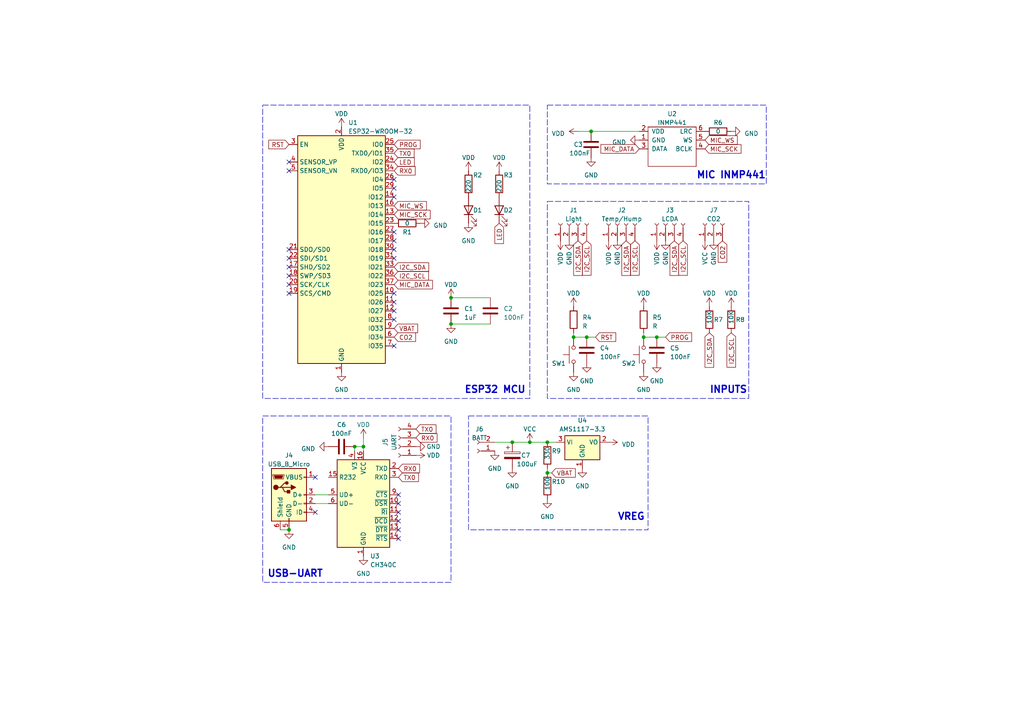
<source format=kicad_sch>
(kicad_sch (version 20230121) (generator eeschema)
  (paper "A4")
  (title_block (title "Smarthome Monitoring Multimodule Prototype") (date "2023-04-01") (rev "0"))
  (lib_symbols
    (symbol "Connector:Conn_01x02_Socket" (pin_names (offset 1.016) hide)
      (property "Reference" "J" (at 0 2.54 0))
      (property "Value" "Conn_01x02_Socket" (at 0 -5.08 0))
      (symbol "Conn_01x02_Socket_1_1"
        (arc (start 0 -2.032) (mid -0.5058 -2.54) (end 0 -3.048) (stroke (width 0.1524)))
        (polyline (pts (xy -1.27 -2.54) (xy -0.508 -2.54)) (stroke (width 0.1524)))
        (polyline (pts (xy -1.27 0) (xy -0.508 0)) (stroke (width 0.1524)))
        (arc (start 0 0.508) (mid -0.5058 0) (end 0 -0.508) (stroke (width 0.1524)))
        (pin passive line (at -5.08 0 0) (length 3.81) (name "Pin_1") (number "1"))
        (pin passive line (at -5.08 -2.54 0) (length 3.81) (name "Pin_2") (number "2"))
      )
    )
    (symbol "Connector:Conn_01x03_Socket" (pin_names (offset 1.016) hide)
      (property "Reference" "J" (at 0 5.08 0))
      (property "Value" "Conn_01x03_Socket" (at 0 -5.08 0))
      (symbol "Conn_01x03_Socket_1_1"
        (arc (start 0 -2.032) (mid -0.5058 -2.54) (end 0 -3.048) (stroke (width 0.1524)))
        (polyline (pts (xy -1.27 -2.54) (xy -0.508 -2.54)) (stroke (width 0.1524)))
        (polyline (pts (xy -1.27 0) (xy -0.508 0)) (stroke (width 0.1524)))
        (polyline (pts (xy -1.27 2.54) (xy -0.508 2.54)) (stroke (width 0.1524)))
        (arc (start 0 0.508) (mid -0.5058 0) (end 0 -0.508) (stroke (width 0.1524)))
        (arc (start 0 3.048) (mid -0.5058 2.54) (end 0 2.032) (stroke (width 0.1524)))
        (pin passive line (at -5.08 2.54 0) (length 3.81) (name "Pin_1") (number "1"))
        (pin passive line (at -5.08 0 0) (length 3.81) (name "Pin_2") (number "2"))
        (pin passive line (at -5.08 -2.54 0) (length 3.81) (name "Pin_3") (number "3"))
      )
    )
    (symbol "Connector:Conn_01x04_Socket" (pin_names (offset 1.016) hide)
      (property "Reference" "J" (at 0 5.08 0))
      (property "Value" "Conn_01x04_Socket" (at 0 -7.62 0))
      (symbol "Conn_01x04_Socket_1_1"
        (arc (start 0 -4.572) (mid -0.5058 -5.08) (end 0 -5.588) (stroke (width 0.1524)))
        (arc (start 0 -2.032) (mid -0.5058 -2.54) (end 0 -3.048) (stroke (width 0.1524)))
        (polyline (pts (xy -1.27 -5.08) (xy -0.508 -5.08)) (stroke (width 0.1524)))
        (polyline (pts (xy -1.27 -2.54) (xy -0.508 -2.54)) (stroke (width 0.1524)))
        (polyline (pts (xy -1.27 0) (xy -0.508 0)) (stroke (width 0.1524)))
        (polyline (pts (xy -1.27 2.54) (xy -0.508 2.54)) (stroke (width 0.1524)))
        (arc (start 0 0.508) (mid -0.5058 0) (end 0 -0.508) (stroke (width 0.1524)))
        (arc (start 0 3.048) (mid -0.5058 2.54) (end 0 2.032) (stroke (width 0.1524)))
        (pin passive line (at -5.08 2.54 0) (length 3.81) (name "Pin_1") (number "1"))
        (pin passive line (at -5.08 0 0) (length 3.81) (name "Pin_2") (number "2"))
        (pin passive line (at -5.08 -2.54 0) (length 3.81) (name "Pin_3") (number "3"))
        (pin passive line (at -5.08 -5.08 0) (length 3.81) (name "Pin_4") (number "4"))
      )
    )
    (symbol "Connector:USB_B_Micro" (pin_names (offset 1.016))
      (property "Reference" "J" (at -5.08 11.43 0))
      (property "Value" "USB_B_Micro" (at -5.08 8.89 0))
      (symbol "USB_B_Micro_0_1"
        (rectangle (start -5.08 -7.62) (end 5.08 7.62) (stroke (width 0.254)) (fill (type background)))
        (circle (center -3.81 2.159) (radius 0.635) (stroke (width 0.254)) (fill (type outline)))
        (circle (center -0.635 3.429) (radius 0.381) (stroke (width 0.254)) (fill (type outline)))
        (rectangle (start -0.127 -7.62) (end 0.127 -6.858))
        (polyline (pts (xy -1.905 2.159) (xy 0.635 2.159)) (stroke (width 0.254)))
        (polyline (pts (xy -3.175 2.159) (xy -2.54 2.159) (xy -1.27 3.429) (xy -0.635 3.429)) (stroke (width 0.254)))
        (polyline (pts (xy -2.54 2.159) (xy -1.905 2.159) (xy -1.27 0.889) (xy 0 0.889)) (stroke (width 0.254)))
        (polyline (pts (xy 0.635 2.794) (xy 0.635 1.524) (xy 1.905 2.159) (xy 0.635 2.794)) (stroke (width 0.254)) (fill (type outline)))
        (polyline (pts (xy -4.318 5.588) (xy -1.778 5.588) (xy -2.032 4.826) (xy -4.064 4.826) (xy -4.318 5.588)) (fill (type outline)))
        (polyline (pts (xy -4.699 5.842) (xy -4.699 5.588) (xy -4.445 4.826) (xy -4.445 4.572) (xy -1.651 4.572) (xy -1.651 4.826) (xy -1.397 5.588) (xy -1.397 5.842) (xy -4.699 5.842)))
        (rectangle (start 0.254 1.27) (end -0.508 0.508) (stroke (width 0.254)) (fill (type outline)))
        (rectangle (start 5.08 -5.207) (end 4.318 -4.953))
        (rectangle (start 5.08 -2.667) (end 4.318 -2.413))
        (rectangle (start 5.08 -0.127) (end 4.318 0.127))
        (rectangle (start 5.08 4.953) (end 4.318 5.207))
      )
      (symbol "USB_B_Micro_1_1"
        (pin power_out line (at 7.62 5.08 180) (length 2.54) (name "VBUS") (number "1"))
        (pin bidirectional line (at 7.62 -2.54 180) (length 2.54) (name "D-") (number "2"))
        (pin bidirectional line (at 7.62 0 180) (length 2.54) (name "D+") (number "3"))
        (pin passive line (at 7.62 -5.08 180) (length 2.54) (name "ID") (number "4"))
        (pin power_out line (at 0 -10.16 90) (length 2.54) (name "GND") (number "5"))
        (pin passive line (at -2.54 -10.16 90) (length 2.54) (name "Shield") (number "6"))
      )
    )
    (symbol "Device:C" (pin_numbers hide) (pin_names (offset 0.254))
      (property "Reference" "C" (at 0.635 2.54 0))
      (property "Value" "C" (at 0.635 -2.54 0))
      (symbol "C_0_1"
        (polyline (pts (xy -2.032 -0.762) (xy 2.032 -0.762)) (stroke (width 0.508)))
        (polyline (pts (xy -2.032 0.762) (xy 2.032 0.762)) (stroke (width 0.508)))
      )
      (symbol "C_1_1"
        (pin passive line (at 0 3.81 270) (length 2.794) (name "~") (number "1"))
        (pin passive line (at 0 -3.81 90) (length 2.794) (name "~") (number "2"))
      )
    )
    (symbol "Device:C_Polarized" (pin_numbers hide) (pin_names (offset 0.254))
      (property "Reference" "C" (at 0.635 2.54 0))
      (property "Value" "C_Polarized" (at 0.635 -2.54 0))
      (symbol "C_Polarized_0_1"
        (rectangle (start -2.286 0.508) (end 2.286 1.016))
        (polyline (pts (xy -1.778 2.286) (xy -0.762 2.286)))
        (polyline (pts (xy -1.27 2.794) (xy -1.27 1.778)))
        (rectangle (start 2.286 -0.508) (end -2.286 -1.016) (fill (type outline)))
      )
      (symbol "C_Polarized_1_1"
        (pin passive line (at 0 3.81 270) (length 2.794) (name "~") (number "1"))
        (pin passive line (at 0 -3.81 90) (length 2.794) (name "~") (number "2"))
      )
    )
    (symbol "Device:LED" (pin_numbers hide) (pin_names (offset 1.016) hide)
      (property "Reference" "D" (at 0 2.54 0))
      (property "Value" "LED" (at 0 -2.54 0))
      (symbol "LED_0_1"
        (polyline (pts (xy -1.27 -1.27) (xy -1.27 1.27)) (stroke (width 0.254)))
        (polyline (pts (xy -1.27 0) (xy 1.27 0)))
        (polyline (pts (xy 1.27 -1.27) (xy 1.27 1.27) (xy -1.27 0) (xy 1.27 -1.27)) (stroke (width 0.254)))
        (polyline (pts (xy -3.048 -0.762) (xy -4.572 -2.286) (xy -3.81 -2.286) (xy -4.572 -2.286) (xy -4.572 -1.524)))
        (polyline (pts (xy -1.778 -0.762) (xy -3.302 -2.286) (xy -2.54 -2.286) (xy -3.302 -2.286) (xy -3.302 -1.524)))
      )
      (symbol "LED_1_1"
        (pin passive line (at -3.81 0 0) (length 2.54) (name "K") (number "1"))
        (pin passive line (at 3.81 0 180) (length 2.54) (name "A") (number "2"))
      )
    )
    (symbol "Device:R" (pin_numbers hide) (pin_names (offset 0))
      (property "Reference" "R" (at 2.032 0 90))
      (property "Value" "R" (at 0 0 90))
      (symbol "R_0_1"
        (rectangle (start -1.016 -2.54) (end 1.016 2.54) (stroke (width 0.254)))
      )
      (symbol "R_1_1"
        (pin passive line (at 0 3.81 270) (length 1.27) (name "~") (number "1"))
        (pin passive line (at 0 -3.81 90) (length 1.27) (name "~") (number "2"))
      )
    )
    (symbol "INMP441:INMP441" (pin_names (offset 1.016))
      (property "Reference" "U" (at 0 0 0))
      (property "Value" "INMP441" (at 0 -12.7 0))
      (symbol "INMP441_0_1"
        (rectangle (start -7.62 -2.54) (end 6.35 -2.54))
        (rectangle (start 6.35 -13.97) (end -7.62 -2.54))
        (rectangle (start 6.35 -2.54) (end 6.35 -13.97))
      )
      (symbol "INMP441_1_1"
        (pin power_out line (at -10.16 -6.35 0) (length 2.54) (name "GND") (number "1"))
        (pin power_in line (at -10.16 -3.81 0) (length 2.54) (name "VDD") (number "2"))
        (pin output line (at -10.16 -8.89 0) (length 2.54) (name "DATA") (number "3"))
        (pin input line (at 8.89 -8.89 180) (length 2.54) (name "BCLK") (number "4"))
        (pin input line (at 8.89 -6.35 180) (length 2.54) (name "WS") (number "5"))
        (pin input line (at 8.89 -3.81 180) (length 2.54) (name "LRC") (number "6"))
      )
    )
    (symbol "Interface_USB:CH340C"
      (property "Reference" "U" (at -5.08 13.97 0))
      (property "Value" "CH340C" (at 1.27 13.97 0))
      (symbol "CH340C_0_1"
        (rectangle (start -7.62 12.7) (end 7.62 -12.7) (stroke (width 0.254)) (fill (type background)))
      )
      (symbol "CH340C_1_1"
        (pin power_in line (at 0 -15.24 90) (length 2.54) (name "GND") (number "1"))
        (pin input line (at 10.16 0 180) (length 2.54) (name "~{DSR}") (number "10"))
        (pin input line (at 10.16 -2.54 180) (length 2.54) (name "~{RI}") (number "11"))
        (pin input line (at 10.16 -5.08 180) (length 2.54) (name "~{DCD}") (number "12"))
        (pin output line (at 10.16 -7.62 180) (length 2.54) (name "~{DTR}") (number "13"))
        (pin output line (at 10.16 -10.16 180) (length 2.54) (name "~{RTS}") (number "14"))
        (pin input line (at -10.16 7.62 0) (length 2.54) (name "R232") (number "15"))
        (pin power_in line (at 0 15.24 270) (length 2.54) (name "VCC") (number "16"))
        (pin output line (at 10.16 10.16 180) (length 2.54) (name "TXD") (number "2"))
        (pin input line (at 10.16 7.62 180) (length 2.54) (name "RXD") (number "3"))
        (pin passive line (at -2.54 15.24 270) (length 2.54) (name "V3") (number "4"))
        (pin bidirectional line (at -10.16 2.54 0) (length 2.54) (name "UD+") (number "5"))
        (pin bidirectional line (at -10.16 0 0) (length 2.54) (name "UD-") (number "6"))
        (pin no_connect line (at -7.62 -7.62 0) (length 2.54) hide (name "NC") (number "7"))
        (pin no_connect line (at -7.62 -10.16 0) (length 2.54) hide (name "NC") (number "8"))
        (pin input line (at 10.16 2.54 180) (length 2.54) (name "~{CTS}") (number "9"))
      )
    )
    (symbol "RF_Module:ESP32-WROOM-32"
      (property "Reference" "U" (at -12.7 34.29 0))
      (property "Value" "ESP32-WROOM-32" (at 1.27 34.29 0))
      (symbol "ESP32-WROOM-32_0_1"
        (rectangle (start -12.7 33.02) (end 12.7 -33.02) (stroke (width 0.254)) (fill (type background)))
      )
      (symbol "ESP32-WROOM-32_1_1"
        (pin power_in line (at 0 -35.56 90) (length 2.54) (name "GND") (number "1"))
        (pin bidirectional line (at 15.24 -12.7 180) (length 2.54) (name "IO25") (number "10"))
        (pin bidirectional line (at 15.24 -15.24 180) (length 2.54) (name "IO26") (number "11"))
        (pin bidirectional line (at 15.24 -17.78 180) (length 2.54) (name "IO27") (number "12"))
        (pin bidirectional line (at 15.24 10.16 180) (length 2.54) (name "IO14") (number "13"))
        (pin bidirectional line (at 15.24 15.24 180) (length 2.54) (name "IO12") (number "14"))
        (pin passive line (at 0 -35.56 90) (length 2.54) hide (name "GND") (number "15"))
        (pin bidirectional line (at 15.24 12.7 180) (length 2.54) (name "IO13") (number "16"))
        (pin bidirectional line (at -15.24 -5.08 0) (length 2.54) (name "SHD/SD2") (number "17"))
        (pin bidirectional line (at -15.24 -7.62 0) (length 2.54) (name "SWP/SD3") (number "18"))
        (pin bidirectional line (at -15.24 -12.7 0) (length 2.54) (name "SCS/CMD") (number "19"))
        (pin power_in line (at 0 35.56 270) (length 2.54) (name "VDD") (number "2"))
        (pin bidirectional line (at -15.24 -10.16 0) (length 2.54) (name "SCK/CLK") (number "20"))
        (pin bidirectional line (at -15.24 0 0) (length 2.54) (name "SDO/SD0") (number "21"))
        (pin bidirectional line (at -15.24 -2.54 0) (length 2.54) (name "SDI/SD1") (number "22"))
        (pin bidirectional line (at 15.24 7.62 180) (length 2.54) (name "IO15") (number "23"))
        (pin bidirectional line (at 15.24 25.4 180) (length 2.54) (name "IO2") (number "24"))
        (pin bidirectional line (at 15.24 30.48 180) (length 2.54) (name "IO0") (number "25"))
        (pin bidirectional line (at 15.24 20.32 180) (length 2.54) (name "IO4") (number "26"))
        (pin bidirectional line (at 15.24 5.08 180) (length 2.54) (name "IO16") (number "27"))
        (pin bidirectional line (at 15.24 2.54 180) (length 2.54) (name "IO17") (number "28"))
        (pin bidirectional line (at 15.24 17.78 180) (length 2.54) (name "IO5") (number "29"))
        (pin input line (at -15.24 30.48 0) (length 2.54) (name "EN") (number "3"))
        (pin bidirectional line (at 15.24 0 180) (length 2.54) (name "IO18") (number "30"))
        (pin bidirectional line (at 15.24 -2.54 180) (length 2.54) (name "IO19") (number "31"))
        (pin no_connect line (at -12.7 -27.94 0) (length 2.54) hide (name "NC") (number "32"))
        (pin bidirectional line (at 15.24 -5.08 180) (length 2.54) (name "IO21") (number "33"))
        (pin bidirectional line (at 15.24 22.86 180) (length 2.54) (name "RXD0/IO3") (number "34"))
        (pin bidirectional line (at 15.24 27.94 180) (length 2.54) (name "TXD0/IO1") (number "35"))
        (pin bidirectional line (at 15.24 -7.62 180) (length 2.54) (name "IO22") (number "36"))
        (pin bidirectional line (at 15.24 -10.16 180) (length 2.54) (name "IO23") (number "37"))
        (pin passive line (at 0 -35.56 90) (length 2.54) hide (name "GND") (number "38"))
        (pin passive line (at 0 -35.56 90) (length 2.54) hide (name "GND") (number "39"))
        (pin input line (at -15.24 25.4 0) (length 2.54) (name "SENSOR_VP") (number "4"))
        (pin input line (at -15.24 22.86 0) (length 2.54) (name "SENSOR_VN") (number "5"))
        (pin input line (at 15.24 -25.4 180) (length 2.54) (name "IO34") (number "6"))
        (pin input line (at 15.24 -27.94 180) (length 2.54) (name "IO35") (number "7"))
        (pin bidirectional line (at 15.24 -20.32 180) (length 2.54) (name "IO32") (number "8"))
        (pin bidirectional line (at 15.24 -22.86 180) (length 2.54) (name "IO33") (number "9"))
      )
    )
    (symbol "Regulator_Linear:AMS1117-3.3"
      (property "Reference" "U" (at -3.81 3.175 0))
      (property "Value" "AMS1117-3.3" (at 0 3.175 0))
      (symbol "AMS1117-3.3_0_1"
        (rectangle (start -5.08 -5.08) (end 5.08 1.905) (stroke (width 0.254)) (fill (type background)))
      )
      (symbol "AMS1117-3.3_1_1"
        (pin power_in line (at 0 -7.62 90) (length 2.54) (name "GND") (number "1"))
        (pin power_out line (at 7.62 0 180) (length 2.54) (name "VO") (number "2"))
        (pin power_in line (at -7.62 0 0) (length 2.54) (name "VI") (number "3"))
      )
    )
    (symbol "Switch:SW_Push" (pin_numbers hide) (pin_names (offset 1.016) hide)
      (property "Reference" "SW" (at 1.27 2.54 0))
      (property "Value" "SW_Push" (at 0 -1.524 0))
      (symbol "SW_Push_0_1"
        (circle (center -2.032 0) (radius 0.508))
        (polyline (pts (xy 0 1.27) (xy 0 3.048)))
        (polyline (pts (xy 2.54 1.27) (xy -2.54 1.27)))
        (circle (center 2.032 0) (radius 0.508))
        (pin passive line (at -5.08 0 0) (length 2.54) (name "1") (number "1"))
        (pin passive line (at 5.08 0 180) (length 2.54) (name "2") (number "2"))
      )
    )
    (symbol "power:GND" (power) (pin_names (offset 0))
      (property "Value" "GND" (at 0 -3.81 0))
      (symbol "GND_0_1"
        (polyline (pts (xy 0 0) (xy 0 -1.27) (xy 1.27 -1.27) (xy 0 -2.54) (xy -1.27 -1.27) (xy 0 -1.27)))
      )
      (symbol "GND_1_1"
        (pin power_in line (at 0 0 270) (length 0) hide (name "GND") (number "1"))
      )
    )
    (symbol "power:VCC" (power) (pin_names (offset 0))
      (property "Value" "VCC" (at 0 3.81 0))
      (symbol "VCC_0_1"
        (polyline (pts (xy -0.762 1.27) (xy 0 2.54)))
        (polyline (pts (xy 0 0) (xy 0 2.54)))
        (polyline (pts (xy 0 2.54) (xy 0.762 1.27)))
      )
      (symbol "VCC_1_1"
        (pin power_in line (at 0 0 90) (length 0) hide (name "VCC") (number "1"))
      )
    )
    (symbol "power:VDD" (power) (pin_names (offset 0))
      (property "Value" "VDD" (at 0 3.81 0))
      (symbol "VDD_0_1"
        (polyline (pts (xy -0.762 1.27) (xy 0 2.54)))
        (polyline (pts (xy 0 0) (xy 0 2.54)))
        (polyline (pts (xy 0 2.54) (xy 0.762 1.27)))
      )
      (symbol "VDD_1_1"
        (pin power_in line (at 0 0 90) (length 0) hide (name "VDD") (number "1"))
      )
    )
  )
  (junction (at 153.67 128.27))
  (junction (at 186.69 97.79))
  (junction (at 171.45 38.1))
  (junction (at 166.37 97.79))
  (junction (at 105.41 129.54))
  (junction (at 83.82 153.67))
  (junction (at 170.18 97.79))
  (junction (at 102.87 129.54))
  (junction (at 158.75 137.16))
  (junction (at 148.59 128.27))
  (junction (at 158.75 128.27))
  (junction (at 130.81 93.98))
  (junction (at 190.5 97.79))
  (junction (at 130.81 86.36))
  (no_connect (at 115.57 153.67))
  (no_connect (at 114.3 67.31))
  (no_connect (at 91.44 148.59))
  (no_connect (at 83.82 46.99))
  (no_connect (at 114.3 87.63))
  (no_connect (at 114.3 90.17))
  (no_connect (at 115.57 156.21))
  (no_connect (at 114.3 54.61))
  (no_connect (at 83.82 49.53))
  (no_connect (at 114.3 69.85))
  (no_connect (at 83.82 82.55))
  (no_connect (at 114.3 52.07))
  (no_connect (at 114.3 74.93))
  (no_connect (at 114.3 100.33))
  (no_connect (at 115.57 146.05))
  (no_connect (at 83.82 77.47))
  (no_connect (at 114.3 92.71))
  (no_connect (at 83.82 72.39))
  (no_connect (at 114.3 72.39))
  (no_connect (at 115.57 148.59))
  (no_connect (at 91.44 138.43))
  (no_connect (at 114.3 57.15))
  (no_connect (at 115.57 151.13))
  (no_connect (at 83.82 85.09))
  (no_connect (at 115.57 143.51))
  (no_connect (at 83.82 80.01))
  (no_connect (at 83.82 74.93))
  (no_connect (at 114.3 85.09))
  (wire (pts (xy 167.64 38.1) (xy 171.45 38.1)))
  (wire (pts (xy 81.28 153.67) (xy 83.82 153.67)))
  (wire (pts (xy 102.87 130.81) (xy 102.87 129.54)))
  (wire (pts (xy 130.81 93.98) (xy 142.24 93.98)))
  (wire (pts (xy 190.5 97.79) (xy 193.04 97.79)))
  (wire (pts (xy 186.69 96.52) (xy 186.69 97.79)))
  (wire (pts (xy 158.75 137.16) (xy 160.02 137.16)))
  (wire (pts (xy 158.75 135.89) (xy 158.75 137.16)))
  (wire (pts (xy 186.69 97.79) (xy 190.5 97.79)))
  (wire (pts (xy 130.81 86.36) (xy 142.24 86.36)))
  (wire (pts (xy 166.37 96.52) (xy 166.37 97.79)))
  (wire (pts (xy 91.44 146.05) (xy 95.25 146.05)))
  (wire (pts (xy 158.75 128.27) (xy 161.29 128.27)))
  (wire (pts (xy 105.41 129.54) (xy 105.41 130.81)))
  (wire (pts (xy 171.45 38.1) (xy 185.42 38.1)))
  (wire (pts (xy 102.87 129.54) (xy 105.41 129.54)))
  (wire (pts (xy 105.41 127) (xy 105.41 129.54)))
  (wire (pts (xy 153.67 128.27) (xy 158.75 128.27)))
  (wire (pts (xy 166.37 97.79) (xy 170.18 97.79)))
  (wire (pts (xy 143.51 128.27) (xy 148.59 128.27)))
  (wire (pts (xy 170.18 97.79) (xy 172.72 97.79)))
  (wire (pts (xy 148.59 128.27) (xy 153.67 128.27)))
  (wire (pts (xy 91.44 143.51) (xy 95.25 143.51)))
  (rectangle (start 76.2 120.65) (end 130.81 168.91) (stroke (width 0) (type dash)))
  (rectangle (start 76.2 30.48) (end 153.67 115.57) (stroke (width 0) (type dash)))
  (rectangle (start 158.75 30.48) (end 222.25 53.34) (stroke (width 0) (type dash)))
  (rectangle (start 135.89 120.65) (end 187.96 153.67) (stroke (width 0) (type dash)))
  (rectangle (start 158.75 58.42) (end 217.17 115.57) (stroke (width 0) (type dash)))
  (text "USB-UART\n" (at 77.47 167.64 0) (effects (font (size 2 2) bold) (justify left bottom)))
  (text "ESP32 MCU" (at 134.62 114.3 0) (effects (font (size 2 2) (thickness 0.4) bold) (justify left bottom)))
  (text "VREG" (at 179.07 151.13 0) (effects (font (size 2 2) bold) (justify left bottom)))
  (text "INPUTS\n" (at 205.74 114.3 0) (effects (font (size 2 2) bold) (justify left bottom)))
  (text "MIC INMP441" (at 201.93 52.07 0) (effects (font (size 2 2) bold) (justify left bottom)))
  (global_label "I2C_SDA" (shape input) (at 114.3 77.47 0) (property "Intersheetrefs" "${INTERSHEET_REFS}" (effects hide)))
  (global_label "I2C_SCL" (shape input) (at 170.18 69.85 270) (property "Intersheetrefs" "${INTERSHEET_REFS}" (effects hide)))
  (global_label "I2C_SDA" (shape input) (at 195.58 69.85 270) (property "Intersheetrefs" "${INTERSHEET_REFS}" (effects hide)))
  (global_label "MIC_SCK" (shape input) (at 114.3 62.23 0) (property "Intersheetrefs" "${INTERSHEET_REFS}" (effects hide)))
  (global_label "RX0" (shape input) (at 120.65 127 0) (property "Intersheetrefs" "${INTERSHEET_REFS}" (effects hide)))
  (global_label "I2C_SCL" (shape input) (at 114.3 80.01 0) (property "Intersheetrefs" "${INTERSHEET_REFS}" (effects hide)))
  (global_label "I2C_SDA" (shape input) (at 205.74 96.52 270) (property "Intersheetrefs" "${INTERSHEET_REFS}" (effects hide)))
  (global_label "CO2" (shape input) (at 114.3 97.79 0) (property "Intersheetrefs" "${INTERSHEET_REFS}" (effects hide)))
  (global_label "MIC_SCK" (shape input) (at 204.47 43.18 0) (property "Intersheetrefs" "${INTERSHEET_REFS}" (effects hide)))
  (global_label "VBAT" (shape input) (at 160.02 137.16 0) (property "Intersheetrefs" "${INTERSHEET_REFS}" (effects hide)))
  (global_label "VBAT" (shape input) (at 114.3 95.25 0) (property "Intersheetrefs" "${INTERSHEET_REFS}" (effects hide)))
  (global_label "RX0" (shape input) (at 115.57 135.89 0) (property "Intersheetrefs" "${INTERSHEET_REFS}" (effects hide)))
  (global_label "PROG" (shape input) (at 114.3 41.91 0) (property "Intersheetrefs" "${INTERSHEET_REFS}" (effects hide)))
  (global_label "TX0" (shape input) (at 120.65 124.46 0) (property "Intersheetrefs" "${INTERSHEET_REFS}" (effects hide)))
  (global_label "MIC_DATA" (shape input) (at 185.42 43.18 180) (property "Intersheetrefs" "${INTERSHEET_REFS}" (effects hide)))
  (global_label "MIC_DATA" (shape input) (at 114.3 82.55 0) (property "Intersheetrefs" "${INTERSHEET_REFS}" (effects hide)))
  (global_label "MIC_WS" (shape input) (at 114.3 59.69 0) (property "Intersheetrefs" "${INTERSHEET_REFS}" (effects hide)))
  (global_label "I2C_SDA" (shape input) (at 181.61 69.85 270) (property "Intersheetrefs" "${INTERSHEET_REFS}" (effects hide)))
  (global_label "TX0" (shape input) (at 114.3 44.45 0) (property "Intersheetrefs" "${INTERSHEET_REFS}" (effects hide)))
  (global_label "PROG" (shape input) (at 193.04 97.79 0) (property "Intersheetrefs" "${INTERSHEET_REFS}" (effects hide)))
  (global_label "RST" (shape input) (at 83.82 41.91 180) (property "Intersheetrefs" "${INTERSHEET_REFS}" (effects hide)))
  (global_label "RST" (shape input) (at 172.72 97.79 0) (property "Intersheetrefs" "${INTERSHEET_REFS}" (effects hide)))
  (global_label "RX0" (shape input) (at 114.3 49.53 0) (property "Intersheetrefs" "${INTERSHEET_REFS}" (effects hide)))
  (global_label "I2C_SCL" (shape input) (at 198.12 69.85 270) (property "Intersheetrefs" "${INTERSHEET_REFS}" (effects hide)))
  (global_label "MIC_WS" (shape input) (at 204.47 40.64 0) (property "Intersheetrefs" "${INTERSHEET_REFS}" (effects hide)))
  (global_label "I2C_SDA" (shape input) (at 167.64 69.85 270) (property "Intersheetrefs" "${INTERSHEET_REFS}" (effects hide)))
  (global_label "LED" (shape input) (at 114.3 46.99 0) (property "Intersheetrefs" "${INTERSHEET_REFS}" (effects hide)))
  (global_label "I2C_SCL" (shape input) (at 184.15 69.85 270) (property "Intersheetrefs" "${INTERSHEET_REFS}" (effects hide)))
  (global_label "I2C_SCL" (shape input) (at 212.09 96.52 270) (property "Intersheetrefs" "${INTERSHEET_REFS}" (effects hide)))
  (global_label "LED" (shape input) (at 144.78 64.77 270) (property "Intersheetrefs" "${INTERSHEET_REFS}" (effects hide)))
  (global_label "TX0" (shape input) (at 115.57 138.43 0) (property "Intersheetrefs" "${INTERSHEET_REFS}" (effects hide)))
  (global_label "CO2" (shape input) (at 209.55 69.85 270) (property "Intersheetrefs" "${INTERSHEET_REFS}" (effects hide)))
  (symbol (lib_id "Switch:SW_Push") (at 166.37 102.87 90) (unit 1)
    (property "Reference" "SW1" (at 160.02 105.41 90) (effects (justify right)))
    (property "Value" "SW_Push" (effects hide))
    (property "Footprint" "Button_Switch_THT:SW_PUSH_6mm" (effects hide))
  )
  (symbol (lib_id "Device:C_Polarized") (at 148.59 132.08 0) (unit 1)
    (property "Reference" "C7" (at 151.13 132.08 0) (effects (justify left)))
    (property "Value" "100uF" (at 149.86 134.62 0) (effects (justify left)))
    (property "Footprint" "Capacitor_SMD:CP_Elec_4x5.8" (effects hide))
  )
  (symbol (lib_id "Device:LED") (at 135.89 60.96 90) (unit 1)
    (property "Reference" "D1" (at 137.16 60.96 90) (effects (justify right)))
    (property "Value" "LED" (effects hide))
    (property "Footprint" "LED_SMD:LED_0805_2012Metric_Pad1.15x1.40mm_HandSolder" (effects hide))
  )
  (symbol (lib_id "Device:R") (at 212.09 92.71 0) (unit 1)
    (property "Reference" "R8" (at 213.36 92.71 0) (effects (justify left)))
    (property "Value" "10K" (at 212.09 93.98 90) (effects (justify left)))
    (property "Footprint" "Resistor_SMD:R_0805_2012Metric_Pad1.20x1.40mm_HandSolder" (effects hide))
  )
  (symbol (lib_id "power:GND") (at 99.06 107.95 0) (unit 1)
    (property "Reference" "#PWR02" (effects hide))
    (property "Value" "GND" (at 99.06 113.03 0))
  )
  (symbol (lib_id "power:GND") (at 168.91 135.89 0) (unit 1)
    (property "Reference" "#PWR034" (effects hide))
    (property "Value" "GND" (at 168.91 140.97 0))
  )
  (symbol (lib_id "power:VDD") (at 144.78 49.53 0) (unit 1)
    (property "Reference" "#PWR07" (effects hide))
    (property "Value" "VDD" (at 144.78 45.72 0))
  )
  (symbol (lib_id "Device:C") (at 130.81 90.17 0) (unit 1)
    (property "Reference" "C1" (at 134.62 89.535 0) (effects (justify left)))
    (property "Value" "1uF" (at 134.62 92.075 0) (effects (justify left)))
    (property "Footprint" "Capacitor_SMD:C_0805_2012Metric_Pad1.18x1.45mm_HandSolder" (effects hide))
  )
  (symbol (lib_id "Regulator_Linear:AMS1117-3.3") (at 168.91 128.27 0) (unit 1)
    (property "Reference" "U4" (at 168.91 121.92 0))
    (property "Value" "AMS1117-3.3" (at 168.91 124.46 0))
    (property "Footprint" "Package_TO_SOT_SMD:SOT-223-3_TabPin2" (effects hide))
    (property "Datasheet" "http://www.advanced-monolithic.com/pdf/ds1117.pdf" (effects hide))
  )
  (symbol (lib_id "power:GND") (at 143.51 130.81 0) (unit 1)
    (property "Reference" "#PWR035" (effects hide))
    (property "Value" "GND" (at 143.51 135.89 0))
  )
  (symbol (lib_id "Device:LED") (at 144.78 60.96 90) (unit 1)
    (property "Reference" "D2" (at 146.05 60.96 90) (effects (justify right)))
    (property "Value" "LED" (effects hide))
    (property "Footprint" "LED_SMD:LED_0805_2012Metric_Pad1.15x1.40mm_HandSolder" (effects hide))
  )
  (symbol (lib_id "power:VCC") (at 153.67 128.27 0) (unit 1)
    (property "Reference" "#PWR038" (effects hide))
    (property "Value" "VCC" (at 153.67 124.46 0))
  )
  (symbol (lib_id "power:GND") (at 165.1 69.85 0) (unit 1)
    (property "Reference" "#PWR022" (effects hide))
    (property "Value" "GND" (at 165.1 74.93 90))
  )
  (symbol (lib_id "RF_Module:ESP32-WROOM-32") (at 99.06 72.39 0) (unit 1)
    (property "Reference" "U1" (at 101.0159 35.56 0) (effects (justify left)))
    (property "Value" "ESP32-WROOM-32" (at 101.0159 38.1 0) (effects (justify left)))
    (property "Footprint" "RF_Module:ESP32-WROOM-32" (effects hide))
    (property "Datasheet" "https://www.espressif.com/sites/default/files/documentation/esp32-wroom-32_datasheet_en.pdf" (effects hide))
  )
  (symbol (lib_id "power:VDD") (at 176.53 128.27 270) (unit 1)
    (property "Reference" "#PWR040" (effects hide))
    (property "Value" "VDD" (at 180.34 128.905 90) (effects (justify left)))
  )
  (symbol (lib_id "power:GND") (at 166.37 107.95 0) (unit 1)
    (property "Reference" "#PWR010" (effects hide))
    (property "Value" "GND" (at 166.37 113.03 0))
  )
  (symbol (lib_id "power:GND") (at 170.18 105.41 0) (unit 1)
    (property "Reference" "#PWR017" (effects hide))
    (property "Value" "GND" (at 170.18 110.49 0))
  )
  (symbol (lib_id "Connector:USB_B_Micro") (at 83.82 143.51 0) (unit 1)
    (property "Reference" "J4" (at 83.82 132.08 0))
    (property "Value" "USB_B_Micro" (at 83.82 134.62 0))
    (property "Footprint" "Connector_USB:USB_Micro-B_Wuerth_629105150521" (effects hide))
  )
  (symbol (lib_id "power:GND") (at 95.25 129.54 270) (unit 1)
    (property "Reference" "#PWR029" (effects hide))
    (property "Value" "GND" (at 91.44 130.175 90) (effects (justify right)))
  )
  (symbol (lib_id "power:VDD") (at 162.56 69.85 180) (unit 1)
    (property "Reference" "#PWR021" (effects hide))
    (property "Value" "VDD" (at 162.56 74.93 90))
  )
  (symbol (lib_id "Device:R") (at 186.69 92.71 0) (unit 1)
    (property "Reference" "R5" (at 189.23 92.075 0) (effects (justify left)))
    (property "Value" "R" (at 189.23 94.615 0) (effects (justify left)))
    (property "Footprint" "Resistor_SMD:R_0805_2012Metric_Pad1.20x1.40mm_HandSolder" (effects hide))
  )
  (symbol (lib_id "Device:R") (at 166.37 92.71 0) (unit 1)
    (property "Reference" "R4" (at 168.91 92.075 0) (effects (justify left)))
    (property "Value" "R" (at 168.91 94.615 0) (effects (justify left)))
    (property "Footprint" "Resistor_SMD:R_0805_2012Metric_Pad1.20x1.40mm_HandSolder" (effects hide))
  )
  (symbol (lib_id "power:GND") (at 135.89 64.77 0) (unit 1)
    (property "Reference" "#PWR08" (effects hide))
    (property "Value" "GND" (at 135.89 69.85 0))
  )
  (symbol (lib_id "Connector:Conn_01x04_Socket") (at 193.04 64.77 90) (unit 1)
    (property "Reference" "J3" (at 194.31 60.96 90))
    (property "Value" "LCDA" (at 194.31 63.5 90))
    (property "Footprint" "Connector_PinSocket_2.54mm:PinSocket_1x04_P2.54mm_Vertical" (effects hide))
  )
  (symbol (lib_id "power:VDD") (at 212.09 88.9 0) (unit 1)
    (property "Reference" "#PWR020" (effects hide))
    (property "Value" "VDD" (at 212.09 85.09 0))
  )
  (symbol (lib_id "power:GND") (at 148.59 135.89 0) (unit 1)
    (property "Reference" "#PWR033" (effects hide))
    (property "Value" "GND" (at 148.59 140.97 0))
  )
  (symbol (lib_id "power:VCC") (at 204.47 69.85 180) (unit 1)
    (property "Reference" "#PWR039" (effects hide))
    (property "Value" "VCC" (at 204.47 74.93 90))
  )
  (symbol (lib_id "power:VDD") (at 176.53 69.85 180) (unit 1)
    (property "Reference" "#PWR023" (effects hide))
    (property "Value" "VDD" (at 176.53 74.93 90))
  )
  (symbol (lib_id "power:GND") (at 130.81 93.98 0) (unit 1)
    (property "Reference" "#PWR04" (effects hide))
    (property "Value" "GND" (at 130.81 99.06 0))
  )
  (symbol (lib_id "power:VDD") (at 105.41 127 0) (unit 1)
    (property "Reference" "#PWR028" (effects hide))
    (property "Value" "VDD" (at 105.41 123.19 0))
  )
  (symbol (lib_id "Device:C") (at 170.18 101.6 0) (unit 1)
    (property "Reference" "C4" (at 173.99 100.965 0) (effects (justify left)))
    (property "Value" "100nF" (at 173.99 103.505 0) (effects (justify left)))
    (property "Footprint" "Capacitor_SMD:C_0805_2012Metric_Pad1.18x1.45mm_HandSolder" (effects hide))
  )
  (symbol (lib_id "power:GND") (at 105.41 161.29 0) (unit 1)
    (property "Reference" "#PWR030" (effects hide))
    (property "Value" "GND" (at 105.41 166.37 0))
  )
  (symbol (lib_id "Device:R") (at 158.75 132.08 0) (unit 1)
    (property "Reference" "R9" (at 160.02 130.81 0) (effects (justify left)))
    (property "Value" "330" (at 158.75 133.35 90) (effects (justify left)))
    (property "Footprint" "Resistor_SMD:R_0805_2012Metric_Pad1.20x1.40mm_HandSolder" (effects hide))
  )
  (symbol (lib_id "Device:C") (at 99.06 129.54 90) (unit 1)
    (property "Reference" "C6" (at 99.06 123.19 90))
    (property "Value" "100nF" (at 99.06 125.73 90))
    (property "Footprint" "Capacitor_SMD:C_0805_2012Metric_Pad1.18x1.45mm_HandSolder" (effects hide))
  )
  (symbol (lib_id "Interface_USB:CH340C") (at 105.41 146.05 0) (unit 1)
    (property "Reference" "U3" (at 107.3659 161.29 0) (effects (justify left)))
    (property "Value" "CH340C" (at 107.3659 163.83 0) (effects (justify left)))
    (property "Footprint" "Package_SO:SOIC-16_3.9x9.9mm_P1.27mm" (effects hide))
    (property "Datasheet" "https://datasheet.lcsc.com/szlcsc/Jiangsu-Qin-Heng-CH340C_C84681.pdf" (effects hide))
  )
  (symbol (lib_id "Device:C") (at 171.45 41.91 0) (unit 1)
    (property "Reference" "C3" (at 166.37 41.91 0) (effects (justify left)))
    (property "Value" "100nF" (at 165.1 44.45 0) (effects (justify left)))
    (property "Footprint" "Capacitor_SMD:C_0805_2012Metric_Pad1.18x1.45mm_HandSolder" (effects hide))
  )
  (symbol (lib_id "power:VDD") (at 166.37 88.9 0) (unit 1)
    (property "Reference" "#PWR09" (effects hide))
    (property "Value" "VDD" (at 166.37 85.09 0))
  )
  (symbol (lib_id "power:VDD") (at 205.74 88.9 0) (unit 1)
    (property "Reference" "#PWR019" (effects hide))
    (property "Value" "VDD" (at 205.74 85.09 0))
  )
  (symbol (lib_id "Device:R") (at 144.78 53.34 0) (unit 1)
    (property "Reference" "R3" (at 146.05 50.8 0) (effects (justify left)))
    (property "Value" "220" (at 144.78 55.88 90) (effects (justify left)))
    (property "Footprint" "Resistor_SMD:R_0805_2012Metric_Pad1.20x1.40mm_HandSolder" (effects hide))
  )
  (symbol (lib_id "power:GND") (at 158.75 144.78 0) (unit 1)
    (property "Reference" "#PWR036" (effects hide))
    (property "Value" "GND" (at 158.75 149.86 0))
  )
  (symbol (lib_id "power:GND") (at 179.07 69.85 0) (unit 1)
    (property "Reference" "#PWR024" (effects hide))
    (property "Value" "GND" (at 179.07 74.93 90))
  )
  (symbol (lib_id "power:GND") (at 185.42 40.64 270) (unit 1)
    (property "Reference" "#PWR014" (effects hide))
    (property "Value" "GND" (at 181.61 41.275 90) (effects (justify right)))
  )
  (symbol (lib_id "Connector:Conn_01x04_Socket") (at 165.1 64.77 90) (unit 1)
    (property "Reference" "J1" (at 166.37 60.96 90))
    (property "Value" "Light" (at 166.37 63.5 90))
    (property "Footprint" "Connector_PinSocket_2.54mm:PinSocket_1x04_P2.54mm_Vertical" (effects hide))
  )
  (symbol (lib_id "Device:R") (at 158.75 140.97 0) (unit 1)
    (property "Reference" "R10" (at 160.02 139.7 0) (effects (justify left)))
    (property "Value" "100" (at 158.75 142.24 90) (effects (justify left)))
    (property "Footprint" "Resistor_SMD:R_0805_2012Metric_Pad1.20x1.40mm_HandSolder" (effects hide))
  )
  (symbol (lib_id "Connector:Conn_01x03_Socket") (at 207.01 64.77 90) (unit 1)
    (property "Reference" "J7" (at 207.01 60.96 90))
    (property "Value" "CO2" (at 207.01 63.5 90))
    (property "Footprint" "Connector_PinHeader_2.54mm:PinHeader_1x03_P2.54mm_Vertical" (effects hide))
  )
  (symbol (lib_id "Switch:SW_Push") (at 186.69 102.87 90) (unit 1)
    (property "Reference" "SW2" (at 180.34 105.41 90) (effects (justify right)))
    (property "Value" "SW_Push" (effects hide))
    (property "Footprint" "Button_Switch_THT:SW_PUSH_6mm" (effects hide))
  )
  (symbol (lib_id "power:GND") (at 120.65 129.54 90) (unit 1)
    (property "Reference" "#PWR032" (effects hide))
    (property "Value" "GND" (at 125.73 129.54 90))
  )
  (symbol (lib_id "Connector:Conn_01x04_Socket") (at 179.07 64.77 90) (unit 1)
    (property "Reference" "J2" (at 180.34 60.96 90))
    (property "Value" "Temp/Hump" (at 180.34 63.5 90))
    (property "Footprint" "Connector_PinSocket_2.54mm:PinSocket_1x04_P2.54mm_Vertical" (effects hide))
  )
  (symbol (lib_id "power:GND") (at 193.04 69.85 0) (unit 1)
    (property "Reference" "#PWR026" (effects hide))
    (property "Value" "GND" (at 193.04 74.93 90))
  )
  (symbol (lib_id "power:GND") (at 207.01 69.85 0) (unit 1)
    (property "Reference" "#PWR037" (effects hide))
    (property "Value" "GND" (at 207.01 74.93 90))
  )
  (symbol (lib_id "Device:R") (at 208.28 38.1 90) (unit 1)
    (property "Reference" "R6" (at 208.28 35.56 90))
    (property "Value" "0" (at 208.28 38.1 90))
    (property "Footprint" "Resistor_SMD:R_0805_2012Metric_Pad1.20x1.40mm_HandSolder" (effects hide))
  )
  (symbol (lib_id "power:GND") (at 121.92 64.77 90) (unit 1)
    (property "Reference" "#PWR03" (effects hide))
    (property "Value" "GND" (at 125.73 65.405 90) (effects (justify right)))
  )
  (symbol (lib_id "power:VDD") (at 130.81 86.36 0) (unit 1)
    (property "Reference" "#PWR05" (effects hide))
    (property "Value" "VDD" (at 130.81 82.55 0))
  )
  (symbol (lib_id "power:GND") (at 190.5 105.41 0) (unit 1)
    (property "Reference" "#PWR018" (effects hide))
    (property "Value" "GND" (at 190.5 110.49 0))
  )
  (symbol (lib_id "Connector:Conn_01x04_Socket") (at 115.57 129.54 180) (unit 1)
    (property "Reference" "J5" (at 111.76 128.27 90))
    (property "Value" "UART" (at 114.3 128.27 90))
    (property "Footprint" "Connector_PinHeader_2.54mm:PinHeader_1x04_P2.54mm_Vertical" (effects hide))
  )
  (symbol (lib_id "power:VDD") (at 190.5 69.85 180) (unit 1)
    (property "Reference" "#PWR025" (effects hide))
    (property "Value" "VDD" (at 190.5 74.93 90))
  )
  (symbol (lib_id "power:VDD") (at 167.64 38.1 90) (unit 1)
    (property "Reference" "#PWR013" (effects hide))
    (property "Value" "VDD" (at 163.83 38.735 90) (effects (justify left)))
  )
  (symbol (lib_id "power:VDD") (at 186.69 88.9 0) (unit 1)
    (property "Reference" "#PWR011" (effects hide))
    (property "Value" "VDD" (at 186.69 85.09 0))
  )
  (symbol (lib_id "Device:R") (at 118.11 64.77 90) (unit 1)
    (property "Reference" "R1" (at 118.11 67.31 90))
    (property "Value" "0" (at 118.11 64.77 90))
    (property "Footprint" "Resistor_SMD:R_0805_2012Metric_Pad1.20x1.40mm_HandSolder" (effects hide))
  )
  (symbol (lib_id "power:GND") (at 171.45 45.72 0) (unit 1)
    (property "Reference" "#PWR016" (effects hide))
    (property "Value" "GND" (at 171.45 50.8 0))
  )
  (symbol (lib_id "Device:R") (at 205.74 92.71 0) (unit 1)
    (property "Reference" "R7" (at 207.01 92.71 0) (effects (justify left)))
    (property "Value" "10K" (at 205.74 93.98 90) (effects (justify left)))
    (property "Footprint" "Resistor_SMD:R_0805_2012Metric_Pad1.20x1.40mm_HandSolder" (effects hide))
  )
  (symbol (lib_id "power:VDD") (at 120.65 132.08 270) (unit 1)
    (property "Reference" "#PWR031" (effects hide))
    (property "Value" "VDD" (at 125.73 132.08 90))
  )
  (symbol (lib_id "power:VDD") (at 99.06 36.83 0) (unit 1)
    (property "Reference" "#PWR01" (effects hide))
    (property "Value" "VDD" (at 99.06 33.02 0))
  )
  (symbol (lib_id "power:VDD") (at 135.89 49.53 0) (unit 1)
    (property "Reference" "#PWR06" (effects hide))
    (property "Value" "VDD" (at 135.89 45.72 0))
  )
  (symbol (lib_id "power:GND") (at 83.82 153.67 0) (unit 1)
    (property "Reference" "#PWR027" (effects hide))
    (property "Value" "GND" (at 83.82 158.75 0))
  )
  (symbol (lib_id "power:GND") (at 186.69 107.95 0) (unit 1)
    (property "Reference" "#PWR012" (effects hide))
    (property "Value" "GND" (at 186.69 113.03 0))
  )
  (symbol (lib_id "INMP441:INMP441") (at 195.58 34.29 0) (unit 1)
    (property "Reference" "U2" (at 194.945 33.02 0))
    (property "Value" "INMP441" (at 194.945 35.56 0))
    (property "Footprint" "INMP441:INMP441" (effects hide))
  )
  (symbol (lib_id "Device:C") (at 190.5 101.6 0) (unit 1)
    (property "Reference" "C5" (at 194.31 100.965 0) (effects (justify left)))
    (property "Value" "100nF" (at 194.31 103.505 0) (effects (justify left)))
    (property "Footprint" "Capacitor_SMD:C_0805_2012Metric_Pad1.18x1.45mm_HandSolder" (effects hide))
  )
  (symbol (lib_id "Device:R") (at 135.89 53.34 0) (unit 1)
    (property "Reference" "R2" (at 137.16 50.8 0) (effects (justify left)))
    (property "Value" "220" (at 135.89 55.88 90) (effects (justify left)))
    (property "Footprint" "Resistor_SMD:R_0805_2012Metric_Pad1.20x1.40mm_HandSolder" (effects hide))
  )
  (symbol (lib_id "Device:C") (at 142.24 90.17 0) (unit 1)
    (property "Reference" "C2" (at 146.05 89.535 0) (effects (justify left)))
    (property "Value" "100nF" (at 146.05 92.075 0) (effects (justify left)))
    (property "Footprint" "Capacitor_SMD:C_0805_2012Metric_Pad1.18x1.45mm_HandSolder" (effects hide))
  )
  (symbol (lib_id "power:GND") (at 212.09 38.1 90) (unit 1)
    (property "Reference" "#PWR015" (effects hide))
    (property "Value" "GND" (at 215.9 38.735 90) (effects (justify right)))
  )
  (symbol (lib_id "Connector:Conn_01x02_Socket") (at 138.43 130.81 180) (unit 1)
    (property "Reference" "J6" (at 139.065 124.46 0))
    (property "Value" "BATT" (at 139.065 127 0))
    (property "Footprint" "TerminalBlock:TerminalBlock_Altech_AK300-2_P5.00mm" (effects hide))
  )
)
</source>
